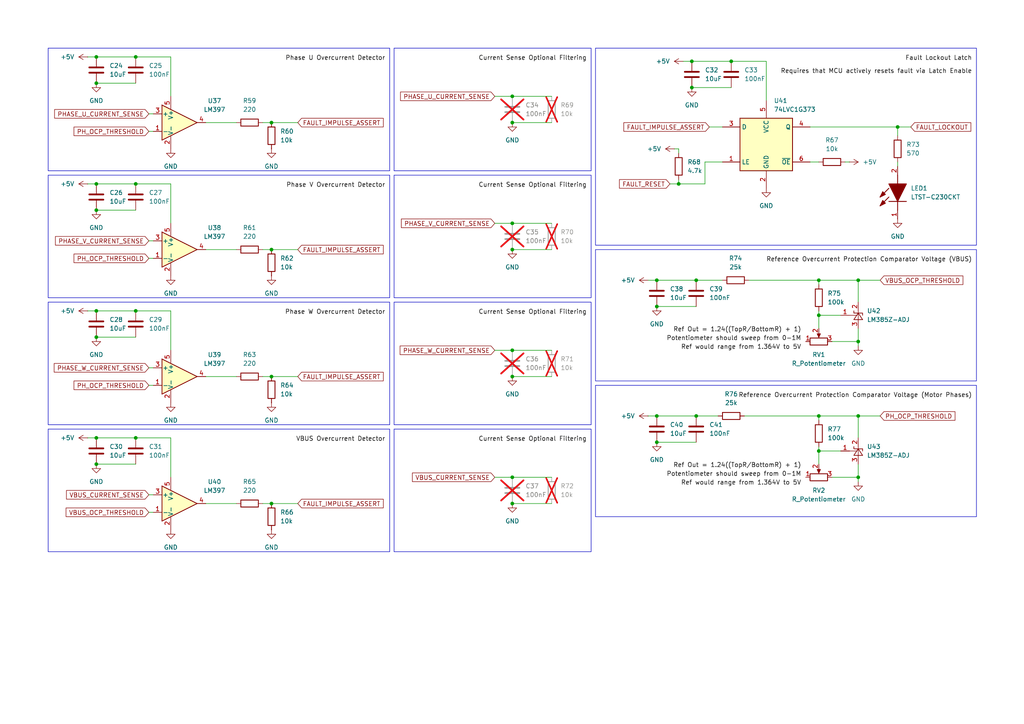
<source format=kicad_sch>
(kicad_sch (version 20231120) (generator "eeschema") (generator_version "8.0")
  (paper "A4")
  (title_block (title "1200V, 600A Traction Inverter") (date "2025-02-06") (rev "1") (company "University of California, Santa Cruz"))
  (lib_symbols
    (symbol "74xGxx:74LVC1G373"
      (property "Reference" "U" (at -5.08 10.16 0))
      (property "Value" "74LVC1G373" (at 7.62 -10.16 0))
      (symbol "74LVC1G373_0_1"
        (rectangle (start -7.62 7.62) (end 7.62 -7.62) (stroke (width 0.254)) (fill (type background)))
      )
      (symbol "74LVC1G373_1_1"
        (pin input line (at -12.7 -5.08 0) (length 5.08) (name "LE") (number "1"))
        (pin power_in line (at 0 -12.7 90) (length 5.08) (name "GND") (number "2"))
        (pin input line (at -12.7 5.08 0) (length 5.08) (name "D") (number "3"))
        (pin tri_state line (at 12.7 5.08 180) (length 5.08) (name "Q") (number "4"))
        (pin power_in line (at 0 12.7 270) (length 5.08) (name "VCC") (number "5"))
        (pin input line (at 12.7 -5.08 180) (length 5.08) (name "~{OE}") (number "6"))
      )
    )
    (symbol "Comparator:LM397" (pin_names (offset 0.127))
      (property "Reference" "U" (at 1.27 5.08 0))
      (property "Value" "LM397" (at 3.81 -5.08 0))
      (symbol "LM397_0_1"
        (polyline (pts (xy -5.08 5.08) (xy 5.08 0) (xy -5.08 -5.08) (xy -5.08 5.08)) (stroke (width 0.254)) (fill (type background)))
      )
      (symbol "LM397_1_1"
        (pin input line (at -7.62 -2.54 0) (length 2.54) (name "-") (number "1"))
        (pin power_in line (at -2.54 -7.62 90) (length 3.81) (name "V-") (number "2"))
        (pin input line (at -7.62 2.54 0) (length 2.54) (name "+") (number "3"))
        (pin open_collector line (at 7.62 0 180) (length 2.54) (name "~") (number "4"))
        (pin power_in line (at -2.54 7.62 270) (length 3.81) (name "V+") (number "5"))
      )
    )
    (symbol "Device:C" (pin_numbers hide) (pin_names (offset 0.254))
      (property "Reference" "C" (at 0.635 2.54 0))
      (property "Value" "C" (at 0.635 -2.54 0))
      (symbol "C_0_1"
        (polyline (pts (xy -2.032 -0.762) (xy 2.032 -0.762)) (stroke (width 0.508)))
        (polyline (pts (xy -2.032 0.762) (xy 2.032 0.762)) (stroke (width 0.508)))
      )
      (symbol "C_1_1"
        (pin passive line (at 0 3.81 270) (length 2.794) (name "~") (number "1"))
        (pin passive line (at 0 -3.81 90) (length 2.794) (name "~") (number "2"))
      )
    )
    (symbol "Device:R" (pin_numbers hide) (pin_names (offset 0))
      (property "Reference" "R" (at 2.032 0 90))
      (property "Value" "R" (at 0 0 90))
      (symbol "R_0_1"
        (rectangle (start -1.016 -2.54) (end 1.016 2.54) (stroke (width 0.254)))
      )
      (symbol "R_1_1"
        (pin passive line (at 0 3.81 270) (length 1.27) (name "~") (number "1"))
        (pin passive line (at 0 -3.81 90) (length 1.27) (name "~") (number "2"))
      )
    )
    (symbol "Device:R_Potentiometer" (pin_names (offset 1.016) hide)
      (property "Reference" "RV" (at -4.445 0 90))
      (property "Value" "R_Potentiometer" (at -2.54 0 90))
      (symbol "R_Potentiometer_0_1"
        (polyline (pts (xy 2.54 0) (xy 1.524 0)))
        (polyline (pts (xy 1.143 0) (xy 2.286 0.508) (xy 2.286 -0.508) (xy 1.143 0)) (fill (type outline)))
        (rectangle (start 1.016 2.54) (end -1.016 -2.54) (stroke (width 0.254)))
      )
      (symbol "R_Potentiometer_1_1"
        (pin passive line (at 0 3.81 270) (length 1.27) (name "1") (number "1"))
        (pin passive line (at 3.81 0 180) (length 1.27) (name "2") (number "2"))
        (pin passive line (at 0 -3.81 90) (length 1.27) (name "3") (number "3"))
      )
    )
    (symbol "InverterCom:LTST-C230CKT" (pin_names hide)
      (property "Reference" "LED" (at 12.7 8.89 0))
      (property "Value" "LTST-C230CKT" (at 12.7 6.35 0))
      (symbol "LTST-C230CKT_1_1"
        (polyline (pts (xy 2.54 0) (xy 5.08 0)) (stroke (width 0.254)))
        (polyline (pts (xy 5.08 2.54) (xy 5.08 -2.54)) (stroke (width 0.254)))
        (polyline (pts (xy 6.35 2.54) (xy 3.81 5.08)) (stroke (width 0.254)))
        (polyline (pts (xy 8.89 2.54) (xy 6.35 5.08)) (stroke (width 0.254)))
        (polyline (pts (xy 10.16 0) (xy 12.7 0)) (stroke (width 0.254)))
        (polyline (pts (xy 5.08 0) (xy 10.16 2.54) (xy 10.16 -2.54) (xy 5.08 0)) (stroke (width 0.254)) (fill (type outline)))
        (polyline (pts (xy 5.334 4.318) (xy 4.572 3.556) (xy 3.81 5.08) (xy 5.334 4.318)) (stroke (width 0.254)) (fill (type outline)))
        (polyline (pts (xy 7.874 4.318) (xy 7.112 3.556) (xy 6.35 5.08) (xy 7.874 4.318)) (stroke (width 0.254)) (fill (type outline)))
        (pin passive line (at 0 0 0) (length 2.54) (name "K") (number "1"))
        (pin passive line (at 15.24 0 180) (length 2.54) (name "A") (number "2"))
      )
    )
    (symbol "Reference_Voltage:LM385Z-ADJ" (pin_names (offset 0.0254) hide)
      (property "Reference" "U" (at 1.905 3.81 0))
      (property "Value" "LM385Z-ADJ" (at 0 -3.175 0))
      (symbol "LM385Z-ADJ_0_1"
        (polyline (pts (xy 0 2.54) (xy 0 0.381)))
        (polyline (pts (xy -1.27 0) (xy 0 0) (xy 1.27 0)))
        (polyline (pts (xy -1.27 -1.27) (xy 0.635 0) (xy -1.27 1.27) (xy -1.27 -1.27)) (stroke (width 0.2032)))
        (polyline (pts (xy 0 -1.27) (xy 0.635 -1.27) (xy 0.635 1.27) (xy 1.27 1.27)) (stroke (width 0.2032)))
      )
      (symbol "LM385Z-ADJ_1_1"
        (pin input line (at 0 5.08 270) (length 2.54) (name "FB") (number "1"))
        (pin passive line (at 3.81 0 180) (length 2.54) (name "K") (number "2"))
        (pin passive line (at -3.81 0 0) (length 2.54) (name "A") (number "3"))
      )
    )
    (symbol "power:+5V" (power) (pin_numbers hide) (pin_names (offset 0) hide)
      (property "Value" "+5V" (at 0 3.556 0))
      (symbol "+5V_0_1"
        (polyline (pts (xy -0.762 1.27) (xy 0 2.54)))
        (polyline (pts (xy 0 0) (xy 0 2.54)))
        (polyline (pts (xy 0 2.54) (xy 0.762 1.27)))
      )
      (symbol "+5V_1_1"
        (pin power_in line (at 0 0 90) (length 0) (name "~") (number "1"))
      )
    )
    (symbol "power:GND" (power) (pin_numbers hide) (pin_names (offset 0) hide)
      (property "Value" "GND" (at 0 -3.81 0))
      (symbol "GND_0_1"
        (polyline (pts (xy 0 0) (xy 0 -1.27) (xy 1.27 -1.27) (xy 0 -2.54) (xy -1.27 -1.27) (xy 0 -1.27)))
      )
      (symbol "GND_1_1"
        (pin power_in line (at 0 0 270) (length 0) (name "~") (number "1"))
      )
    )
  )
  (junction (at 190.5 81.28))
  (junction (at 148.59 101.6))
  (junction (at 148.59 27.94))
  (junction (at 27.94 53.34))
  (junction (at 27.94 24.13))
  (junction (at 212.09 17.78))
  (junction (at 237.49 81.28))
  (junction (at 148.59 64.77))
  (junction (at 27.94 90.17))
  (junction (at 190.5 128.27))
  (junction (at 27.94 127))
  (junction (at 248.92 99.06))
  (junction (at 148.59 146.05))
  (junction (at 200.66 17.78))
  (junction (at 248.92 138.43))
  (junction (at 78.74 146.05))
  (junction (at 148.59 109.22))
  (junction (at 27.94 16.51))
  (junction (at 39.37 127))
  (junction (at 201.93 120.65))
  (junction (at 27.94 97.79))
  (junction (at 260.35 36.83))
  (junction (at 27.94 134.62))
  (junction (at 78.74 35.56))
  (junction (at 200.66 25.4))
  (junction (at 148.59 35.56))
  (junction (at 39.37 16.51))
  (junction (at 237.49 130.81))
  (junction (at 39.37 53.34))
  (junction (at 237.49 91.44))
  (junction (at 248.92 81.28))
  (junction (at 39.37 90.17))
  (junction (at 237.49 120.65))
  (junction (at 78.74 72.39))
  (junction (at 148.59 72.39))
  (junction (at 78.74 109.22))
  (junction (at 148.59 138.43))
  (junction (at 201.93 81.28))
  (junction (at 190.5 88.9))
  (junction (at 196.85 53.34))
  (junction (at 27.94 60.96))
  (junction (at 248.92 120.65))
  (junction (at 190.5 120.65))
  (wire (pts (xy 212.09 17.78) (xy 222.25 17.78)))
  (wire (pts (xy 248.92 120.65) (xy 255.27 120.65)))
  (wire (pts (xy 76.2 109.22) (xy 78.74 109.22)))
  (wire (pts (xy 248.92 120.65) (xy 248.92 127)))
  (wire (pts (xy 148.59 146.05) (xy 160.02 146.05)))
  (wire (pts (xy 187.96 120.65) (xy 190.5 120.65)))
  (wire (pts (xy 198.12 17.78) (xy 200.66 17.78)))
  (wire (pts (xy 43.18 74.93) (xy 44.45 74.93)))
  (wire (pts (xy 205.74 36.83) (xy 209.55 36.83)))
  (wire (pts (xy 49.53 90.17) (xy 49.53 101.6)))
  (wire (pts (xy 49.53 16.51) (xy 49.53 27.94)))
  (wire (pts (xy 237.49 130.81) (xy 237.49 134.62)))
  (wire (pts (xy 248.92 138.43) (xy 248.92 139.7)))
  (wire (pts (xy 49.53 53.34) (xy 49.53 64.77)))
  (wire (pts (xy 204.47 46.99) (xy 209.55 46.99)))
  (wire (pts (xy 78.74 146.05) (xy 86.36 146.05)))
  (wire (pts (xy 25.4 127) (xy 27.94 127)))
  (wire (pts (xy 143.51 64.77) (xy 148.59 64.77)))
  (wire (pts (xy 59.69 35.56) (xy 68.58 35.56)))
  (wire (pts (xy 27.94 16.51) (xy 39.37 16.51)))
  (wire (pts (xy 49.53 127) (xy 49.53 138.43)))
  (wire (pts (xy 148.59 27.94) (xy 160.02 27.94)))
  (wire (pts (xy 143.51 138.43) (xy 148.59 138.43)))
  (wire (pts (xy 237.49 120.65) (xy 248.92 120.65)))
  (wire (pts (xy 59.69 109.22) (xy 68.58 109.22)))
  (wire (pts (xy 143.51 101.6) (xy 148.59 101.6)))
  (wire (pts (xy 27.94 127) (xy 39.37 127)))
  (wire (pts (xy 237.49 121.92) (xy 237.49 120.65)))
  (wire (pts (xy 200.66 25.4) (xy 212.09 25.4)))
  (wire (pts (xy 248.92 134.62) (xy 248.92 138.43)))
  (wire (pts (xy 237.49 91.44) (xy 243.84 91.44)))
  (wire (pts (xy 196.85 52.07) (xy 196.85 53.34)))
  (wire (pts (xy 25.4 90.17) (xy 27.94 90.17)))
  (wire (pts (xy 27.94 24.13) (xy 39.37 24.13)))
  (wire (pts (xy 43.18 148.59) (xy 44.45 148.59)))
  (wire (pts (xy 195.58 43.18) (xy 196.85 43.18)))
  (wire (pts (xy 76.2 35.56) (xy 78.74 35.56)))
  (wire (pts (xy 44.45 69.85) (xy 43.18 69.85)))
  (wire (pts (xy 248.92 99.06) (xy 248.92 100.33)))
  (wire (pts (xy 148.59 101.6) (xy 160.02 101.6)))
  (wire (pts (xy 25.4 16.51) (xy 27.94 16.51)))
  (wire (pts (xy 148.59 109.22) (xy 160.02 109.22)))
  (wire (pts (xy 148.59 35.56) (xy 160.02 35.56)))
  (wire (pts (xy 44.45 33.02) (xy 43.18 33.02)))
  (wire (pts (xy 39.37 53.34) (xy 49.53 53.34)))
  (wire (pts (xy 201.93 81.28) (xy 209.55 81.28)))
  (wire (pts (xy 27.94 53.34) (xy 39.37 53.34)))
  (wire (pts (xy 44.45 106.68) (xy 43.18 106.68)))
  (wire (pts (xy 148.59 72.39) (xy 160.02 72.39)))
  (wire (pts (xy 201.93 120.65) (xy 208.28 120.65)))
  (wire (pts (xy 59.69 72.39) (xy 68.58 72.39)))
  (wire (pts (xy 25.4 53.34) (xy 27.94 53.34)))
  (wire (pts (xy 237.49 81.28) (xy 248.92 81.28)))
  (wire (pts (xy 237.49 82.55) (xy 237.49 81.28)))
  (wire (pts (xy 39.37 90.17) (xy 49.53 90.17)))
  (wire (pts (xy 27.94 134.62) (xy 39.37 134.62)))
  (wire (pts (xy 237.49 91.44) (xy 237.49 95.25)))
  (wire (pts (xy 39.37 127) (xy 49.53 127)))
  (wire (pts (xy 260.35 46.99) (xy 260.35 48.26)))
  (wire (pts (xy 187.96 81.28) (xy 190.5 81.28)))
  (wire (pts (xy 78.74 35.56) (xy 86.36 35.56)))
  (wire (pts (xy 241.3 138.43) (xy 248.92 138.43)))
  (wire (pts (xy 143.51 27.94) (xy 148.59 27.94)))
  (wire (pts (xy 248.92 95.25) (xy 248.92 99.06)))
  (wire (pts (xy 76.2 72.39) (xy 78.74 72.39)))
  (wire (pts (xy 260.35 36.83) (xy 264.16 36.83)))
  (wire (pts (xy 59.69 146.05) (xy 68.58 146.05)))
  (wire (pts (xy 196.85 43.18) (xy 196.85 44.45)))
  (wire (pts (xy 215.9 120.65) (xy 237.49 120.65)))
  (wire (pts (xy 39.37 16.51) (xy 49.53 16.51)))
  (wire (pts (xy 78.74 109.22) (xy 86.36 109.22)))
  (wire (pts (xy 27.94 90.17) (xy 39.37 90.17)))
  (wire (pts (xy 260.35 39.37) (xy 260.35 36.83)))
  (wire (pts (xy 194.31 53.34) (xy 196.85 53.34)))
  (wire (pts (xy 43.18 38.1) (xy 44.45 38.1)))
  (wire (pts (xy 148.59 64.77) (xy 160.02 64.77)))
  (wire (pts (xy 76.2 146.05) (xy 78.74 146.05)))
  (wire (pts (xy 237.49 90.17) (xy 237.49 91.44)))
  (wire (pts (xy 196.85 53.34) (xy 204.47 53.34)))
  (wire (pts (xy 222.25 17.78) (xy 222.25 29.21)))
  (wire (pts (xy 200.66 17.78) (xy 212.09 17.78)))
  (wire (pts (xy 237.49 130.81) (xy 243.84 130.81)))
  (wire (pts (xy 190.5 88.9) (xy 201.93 88.9)))
  (wire (pts (xy 217.17 81.28) (xy 237.49 81.28)))
  (wire (pts (xy 27.94 97.79) (xy 39.37 97.79)))
  (wire (pts (xy 234.95 36.83) (xy 260.35 36.83)))
  (wire (pts (xy 148.59 138.43) (xy 160.02 138.43)))
  (wire (pts (xy 190.5 120.65) (xy 201.93 120.65)))
  (wire (pts (xy 234.95 46.99) (xy 237.49 46.99)))
  (wire (pts (xy 248.92 81.28) (xy 255.27 81.28)))
  (wire (pts (xy 44.45 143.51) (xy 43.18 143.51)))
  (wire (pts (xy 241.3 99.06) (xy 248.92 99.06)))
  (wire (pts (xy 245.11 46.99) (xy 246.38 46.99)))
  (wire (pts (xy 27.94 60.96) (xy 39.37 60.96)))
  (wire (pts (xy 248.92 81.28) (xy 248.92 87.63)))
  (wire (pts (xy 43.18 111.76) (xy 44.45 111.76)))
  (wire (pts (xy 237.49 129.54) (xy 237.49 130.81)))
  (wire (pts (xy 190.5 81.28) (xy 201.93 81.28)))
  (wire (pts (xy 204.47 53.34) (xy 204.47 46.99)))
  (wire (pts (xy 190.5 128.27) (xy 201.93 128.27)))
  (wire (pts (xy 78.74 72.39) (xy 86.36 72.39)))
  (rectangle (start 172.72 13.97) (end 283.21 71.12))
  (rectangle (start 172.72 72.39) (end 283.21 110.49))
  (rectangle (start 172.72 111.76) (end 283.21 149.86))
  (rectangle (start 114.3 87.63) (end 171.45 123.19))
  (rectangle (start 114.3 13.97) (end 171.45 49.53))
  (rectangle (start 13.97 87.63) (end 113.03 123.19))
  (rectangle (start 114.3 124.46) (end 171.45 160.02))
  (rectangle (start 114.3 50.8) (end 171.45 86.36))
  (rectangle (start 13.97 50.8) (end 113.03 86.36))
  (rectangle (start 13.97 124.46) (end 113.03 160.02))
  (rectangle (start 13.97 13.97) (end 113.03 49.53))
  (label "Fault Lockout Latch" (at 281.94 17.78 180))
  (label "Reference Overcurrent Protection Comparator Voltage (VBUS)" (at 281.94 76.2 180))
  (label "Current Sense Optional Filtering" (at 170.18 128.27 180))
  (label "VBUS Overcurrent Detector" (at 111.76 128.27 180))
  (label "Potentiometer should sweep from 0-1M" (at 232.41 99.06 180))
  (label "Ref Out = 1.24((TopR{slash}BottomR) + 1)" (at 232.41 135.89 180))
  (label "Requires that MCU actively resets fault via Latch Enable" (at 281.94 21.59 180))
  (label "Phase V Overcurrent Detector" (at 111.76 54.61 180))
  (label "Current Sense Optional Filtering" (at 170.18 17.78 180))
  (label "Potentiometer should sweep from 0-1M" (at 232.41 138.43 180))
  (label "Reference Overcurrent Protection Comparator Voltage (Motor Phases)" (at 281.94 115.57 180))
  (label "Ref Out = 1.24((TopR{slash}BottomR) + 1)" (at 232.41 96.52 180))
  (label "Phase U Overcurrent Detector" (at 111.76 17.78 180))
  (label "Ref would range from 1.364V to 5V" (at 232.41 101.6 180))
  (label "Ref would range from 1.364V to 5V" (at 232.41 140.97 180))
  (label "Current Sense Optional Filtering" (at 170.18 91.44 180))
  (label "Current Sense Optional Filtering" (at 170.18 54.61 180))
  (label "Phase W Overcurrent Detector" (at 111.76 91.44 180))
  (global_label "FAULT_IMPULSE_ASSERT" (shape input) (at 86.36 72.39 0) (property "Intersheetrefs" "${INTERSHEET_REFS}" (effects (hide yes))))
  (global_label "FAULT_RESET" (shape input) (at 194.31 53.34 180) (property "Intersheetrefs" "${INTERSHEET_REFS}" (effects (hide yes))))
  (global_label "PH_OCP_THRESHOLD" (shape input) (at 43.18 38.1 180) (property "Intersheetrefs" "${INTERSHEET_REFS}" (effects (hide yes))))
  (global_label "PH_OCP_THRESHOLD" (shape input) (at 43.18 111.76 180) (property "Intersheetrefs" "${INTERSHEET_REFS}" (effects (hide yes))))
  (global_label "FAULT_IMPULSE_ASSERT" (shape input) (at 86.36 146.05 0) (property "Intersheetrefs" "${INTERSHEET_REFS}" (effects (hide yes))))
  (global_label "PH_OCP_THRESHOLD" (shape input) (at 255.27 120.65 0) (property "Intersheetrefs" "${INTERSHEET_REFS}" (effects (hide yes))))
  (global_label "FAULT_IMPULSE_ASSERT" (shape input) (at 86.36 109.22 0) (property "Intersheetrefs" "${INTERSHEET_REFS}" (effects (hide yes))))
  (global_label "PHASE_U_CURRENT_SENSE" (shape input) (at 143.51 27.94 180) (property "Intersheetrefs" "${INTERSHEET_REFS}" (effects (hide yes))))
  (global_label "PHASE_V_CURRENT_SENSE" (shape input) (at 143.51 64.77 180) (property "Intersheetrefs" "${INTERSHEET_REFS}" (effects (hide yes))))
  (global_label "PHASE_W_CURRENT_SENSE" (shape input) (at 43.18 106.68 180) (property "Intersheetrefs" "${INTERSHEET_REFS}" (effects (hide yes))))
  (global_label "VBUS_CURRENT_SENSE" (shape input) (at 43.18 143.51 180) (property "Intersheetrefs" "${INTERSHEET_REFS}" (effects (hide yes))))
  (global_label "FAULT_LOCKOUT" (shape input) (at 264.16 36.83 0) (property "Intersheetrefs" "${INTERSHEET_REFS}" (effects (hide yes))))
  (global_label "FAULT_IMPULSE_ASSERT" (shape input) (at 205.74 36.83 180) (property "Intersheetrefs" "${INTERSHEET_REFS}" (effects (hide yes))))
  (global_label "PH_OCP_THRESHOLD" (shape input) (at 43.18 74.93 180) (property "Intersheetrefs" "${INTERSHEET_REFS}" (effects (hide yes))))
  (global_label "VBUS_OCP_THRESHOLD" (shape input) (at 255.27 81.28 0) (property "Intersheetrefs" "${INTERSHEET_REFS}" (effects (hide yes))))
  (global_label "VBUS_OCP_THRESHOLD" (shape input) (at 43.18 148.59 180) (property "Intersheetrefs" "${INTERSHEET_REFS}" (effects (hide yes))))
  (global_label "VBUS_CURRENT_SENSE" (shape input) (at 143.51 138.43 180) (property "Intersheetrefs" "${INTERSHEET_REFS}" (effects (hide yes))))
  (global_label "PHASE_U_CURRENT_SENSE" (shape input) (at 43.18 33.02 180) (property "Intersheetrefs" "${INTERSHEET_REFS}" (effects (hide yes))))
  (global_label "PHASE_W_CURRENT_SENSE" (shape input) (at 143.51 101.6 180) (property "Intersheetrefs" "${INTERSHEET_REFS}" (effects (hide yes))))
  (global_label "PHASE_V_CURRENT_SENSE" (shape input) (at 43.18 69.85 180) (property "Intersheetrefs" "${INTERSHEET_REFS}" (effects (hide yes))))
  (global_label "FAULT_IMPULSE_ASSERT" (shape input) (at 86.36 35.56 0) (property "Intersheetrefs" "${INTERSHEET_REFS}" (effects (hide yes))))
  (symbol (lib_id "Device:C") (at 201.93 124.46 0) (unit 1)
    (property "Reference" "C41" (at 205.74 123.1899 0) (effects (justify left)))
    (property "Value" "100nF" (at 205.74 125.7299 0) (effects (justify left)))
    (property "Footprint" "1210" (effects (hide yes)))
    (property "Description" "Unpolarized capacitor" (effects (hide yes)))
  )
  (symbol (lib_id "power:+5V") (at 187.96 120.65 90) (unit 1)
    (property "Reference" "#PWR0151" (effects (hide yes)))
    (property "Value" "+5V" (at 184.15 120.6499 90) (effects (justify left)))
    (property "Description" "Power symbol creates a global label with name \"+5V\"" (effects (hide yes)))
  )
  (symbol (lib_id "Device:R") (at 72.39 35.56 90) (unit 1)
    (property "Reference" "R59" (at 72.39 29.21 90))
    (property "Value" "220" (at 72.39 31.75 90))
    (property "Footprint" "1210" (effects (hide yes)))
    (property "Description" "Resistor" (effects (hide yes)))
  )
  (symbol (lib_id "Device:C") (at 148.59 142.24 0) (unit 1) (dnp yes)
    (property "Reference" "C37" (at 152.4 140.9699 0) (effects (justify left)))
    (property "Value" "100nF" (at 152.4 143.5099 0) (effects (justify left)))
    (property "Footprint" "1210" (effects (hide yes)))
    (property "Description" "Unpolarized capacitor" (effects (hide yes)))
  )
  (symbol (lib_id "Device:R") (at 237.49 125.73 0) (unit 1)
    (property "Reference" "R77" (at 240.03 124.4599 0) (effects (justify left)))
    (property "Value" "100k" (at 240.03 126.9999 0) (effects (justify left)))
    (property "Footprint" "1210" (effects (hide yes)))
    (property "Description" "Resistor" (effects (hide yes)))
  )
  (symbol (lib_id "Device:R") (at 212.09 120.65 90) (unit 1)
    (property "Reference" "R76" (at 212.09 114.3 90))
    (property "Value" "25k" (at 212.09 116.84 90))
    (property "Footprint" "1210" (effects (hide yes)))
    (property "Description" "Resistor" (effects (hide yes)))
  )
  (symbol (lib_id "power:+5V") (at 25.4 127 90) (unit 1)
    (property "Reference" "#PWR0137" (effects (hide yes)))
    (property "Value" "+5V" (at 21.59 126.9999 90) (effects (justify left)))
    (property "Description" "Power symbol creates a global label with name \"+5V\"" (effects (hide yes)))
  )
  (symbol (lib_id "power:GND") (at 78.74 80.01 0) (unit 1)
    (property "Reference" "#PWR0132" (effects (hide yes)))
    (property "Value" "GND" (at 78.74 85.09 0))
    (property "Description" "Power symbol creates a global label with name \"GND\" , ground" (effects (hide yes)))
  )
  (symbol (lib_id "Device:R") (at 78.74 76.2 180) (unit 1)
    (property "Reference" "R62" (at 81.28 74.9299 0) (effects (justify right)))
    (property "Value" "10k" (at 81.28 77.4699 0) (effects (justify right)))
    (property "Footprint" "1210" (effects (hide yes)))
    (property "Description" "Resistor" (effects (hide yes)))
  )
  (symbol (lib_id "Device:R") (at 241.3 46.99 270) (unit 1)
    (property "Reference" "R67" (at 241.3 40.64 90))
    (property "Value" "10k" (at 241.3 43.18 90))
    (property "Footprint" "1210" (effects (hide yes)))
    (property "Description" "Resistor" (effects (hide yes)))
  )
  (symbol (lib_id "power:GND") (at 148.59 72.39 0) (unit 1)
    (property "Reference" "#PWR0147" (effects (hide yes)))
    (property "Value" "GND" (at 148.59 77.47 0))
    (property "Description" "Power symbol creates a global label with name \"GND\" , ground" (effects (hide yes)))
  )
  (symbol (lib_id "Device:C") (at 190.5 124.46 0) (unit 1)
    (property "Reference" "C40" (at 194.31 123.1899 0) (effects (justify left)))
    (property "Value" "10uF" (at 194.31 125.7299 0) (effects (justify left)))
    (property "Footprint" "1210" (effects (hide yes)))
    (property "Description" "Unpolarized capacitor" (effects (hide yes)))
  )
  (symbol (lib_id "Comparator:LM397") (at 52.07 35.56 0) (unit 1)
    (property "Reference" "U37" (at 62.23 29.2414 0))
    (property "Value" "LM397" (at 62.23 31.7814 0))
    (property "Footprint" "Package_TO_SOT_SMD:SOT-23-5" (effects (hide yes)))
    (property "Datasheet" "http://www.ti.com/lit/ds/symlink/lm397.pdf" (effects (hide yes)))
    (property "Description" "Single General-Purpose Voltage Comparator with Open-Collector Output, SOT-23-5" (effects (hide yes)))
  )
  (symbol (lib_id "Device:C") (at 190.5 85.09 0) (unit 1)
    (property "Reference" "C38" (at 194.31 83.8199 0) (effects (justify left)))
    (property "Value" "10uF" (at 194.31 86.3599 0) (effects (justify left)))
    (property "Footprint" "1210" (effects (hide yes)))
    (property "Description" "Unpolarized capacitor" (effects (hide yes)))
  )
  (symbol (lib_id "Device:C") (at 212.09 21.59 0) (unit 1)
    (property "Reference" "C33" (at 215.9 20.3199 0) (effects (justify left)))
    (property "Value" "100nF" (at 215.9 22.8599 0) (effects (justify left)))
    (property "Footprint" "1210" (effects (hide yes)))
    (property "Description" "Unpolarized capacitor" (effects (hide yes)))
  )
  (symbol (lib_id "power:GND") (at 27.94 24.13 0) (unit 1)
    (property "Reference" "#PWR0126" (effects (hide yes)))
    (property "Value" "GND" (at 27.94 29.21 0))
    (property "Description" "Power symbol creates a global label with name \"GND\" , ground" (effects (hide yes)))
  )
  (symbol (lib_id "power:GND") (at 222.25 54.61 0) (unit 1)
    (property "Reference" "#PWR0143" (effects (hide yes)))
    (property "Value" "GND" (at 222.25 59.69 0))
    (property "Description" "Power symbol creates a global label with name \"GND\" , ground" (effects (hide yes)))
  )
  (symbol (lib_id "power:GND") (at 190.5 88.9 0) (unit 1)
    (property "Reference" "#PWR0154" (effects (hide yes)))
    (property "Value" "GND" (at 190.5 93.98 0))
    (property "Description" "Power symbol creates a global label with name \"GND\" , ground" (effects (hide yes)))
  )
  (symbol (lib_id "Comparator:LM397") (at 52.07 72.39 0) (unit 1)
    (property "Reference" "U38" (at 62.23 66.0714 0))
    (property "Value" "LM397" (at 62.23 68.6114 0))
    (property "Footprint" "Package_TO_SOT_SMD:SOT-23-5" (effects (hide yes)))
    (property "Datasheet" "http://www.ti.com/lit/ds/symlink/lm397.pdf" (effects (hide yes)))
    (property "Description" "Single General-Purpose Voltage Comparator with Open-Collector Output, SOT-23-5" (effects (hide yes)))
  )
  (symbol (lib_id "power:GND") (at 148.59 146.05 0) (unit 1)
    (property "Reference" "#PWR0149" (effects (hide yes)))
    (property "Value" "GND" (at 148.59 151.13 0))
    (property "Description" "Power symbol creates a global label with name \"GND\" , ground" (effects (hide yes)))
  )
  (symbol (lib_id "Device:R") (at 78.74 113.03 180) (unit 1)
    (property "Reference" "R64" (at 81.28 111.7599 0) (effects (justify right)))
    (property "Value" "10k" (at 81.28 114.2999 0) (effects (justify right)))
    (property "Footprint" "1210" (effects (hide yes)))
    (property "Description" "Resistor" (effects (hide yes)))
  )
  (symbol (lib_id "power:+5V") (at 25.4 53.34 90) (unit 1)
    (property "Reference" "#PWR0129" (effects (hide yes)))
    (property "Value" "+5V" (at 21.59 53.3399 90) (effects (justify left)))
    (property "Description" "Power symbol creates a global label with name \"+5V\"" (effects (hide yes)))
  )
  (symbol (lib_id "power:GND") (at 200.66 25.4 0) (unit 1)
    (property "Reference" "#PWR0142" (effects (hide yes)))
    (property "Value" "GND" (at 200.66 30.48 0))
    (property "Description" "Power symbol creates a global label with name \"GND\" , ground" (effects (hide yes)))
  )
  (symbol (lib_id "Reference_Voltage:LM385Z-ADJ") (at 248.92 91.44 90) (unit 1)
    (property "Reference" "U42" (at 251.46 90.1699 90) (effects (justify right)))
    (property "Value" "LM385Z-ADJ" (at 251.46 92.7099 90) (effects (justify right)))
    (property "Footprint" "Package_TO_SOT_THT:TO-92_Inline" (effects (hide yes)))
    (property "Datasheet" "http://www.ti.com/lit/ds/symlink/lm185-adj.pdf" (effects (hide yes)))
    (property "Description" "Adjustable Micropower Voltage Reference Diodes, TO-92" (effects (hide yes)))
  )
  (symbol (lib_id "power:+5V") (at 195.58 43.18 90) (unit 1)
    (property "Reference" "#PWR0146" (effects (hide yes)))
    (property "Value" "+5V" (at 191.77 43.1799 90) (effects (justify left)))
    (property "Description" "Power symbol creates a global label with name \"+5V\"" (effects (hide yes)))
  )
  (symbol (lib_id "Device:C") (at 200.66 21.59 0) (unit 1)
    (property "Reference" "C32" (at 204.47 20.3199 0) (effects (justify left)))
    (property "Value" "10uF" (at 204.47 22.8599 0) (effects (justify left)))
    (property "Footprint" "1210" (effects (hide yes)))
    (property "Description" "Unpolarized capacitor" (effects (hide yes)))
  )
  (symbol (lib_id "Reference_Voltage:LM385Z-ADJ") (at 248.92 130.81 90) (unit 1)
    (property "Reference" "U43" (at 251.46 129.5399 90) (effects (justify right)))
    (property "Value" "LM385Z-ADJ" (at 251.46 132.0799 90) (effects (justify right)))
    (property "Footprint" "Package_TO_SOT_THT:TO-92_Inline" (effects (hide yes)))
    (property "Datasheet" "http://www.ti.com/lit/ds/symlink/lm185-adj.pdf" (effects (hide yes)))
    (property "Description" "Adjustable Micropower Voltage Reference Diodes, TO-92" (effects (hide yes)))
  )
  (symbol (lib_id "Device:C") (at 201.93 85.09 0) (unit 1)
    (property "Reference" "C39" (at 205.74 83.8199 0) (effects (justify left)))
    (property "Value" "100nF" (at 205.74 86.3599 0) (effects (justify left)))
    (property "Footprint" "1210" (effects (hide yes)))
    (property "Description" "Unpolarized capacitor" (effects (hide yes)))
  )
  (symbol (lib_id "Device:R") (at 160.02 68.58 180) (unit 1) (dnp yes)
    (property "Reference" "R70" (at 162.56 67.3099 0) (effects (justify right)))
    (property "Value" "10k" (at 162.56 69.8499 0) (effects (justify right)))
    (property "Footprint" "1210" (effects (hide yes)))
    (property "Description" "Resistor" (effects (hide yes)))
  )
  (symbol (lib_id "InverterCom:LTST-C230CKT") (at 260.35 63.5 90) (unit 1)
    (property "Reference" "LED1" (at 264.16 54.6099 90) (effects (justify right)))
    (property "Value" "LTST-C230CKT" (at 264.16 57.1499 90) (effects (justify right)))
    (property "Footprint" "LEDC3216X120N" (effects (hide yes)))
    (property "Description" "Standard LEDs - SMD Red Clear 638nm" (effects (hide yes)))
    (property "Height" "1.2" (effects (hide yes)))
    (property "Mouser Part Number" "859-LTST-C230CKT" (effects (hide yes)))
    (property "Mouser Price/Stock" "https://www.mouser.co.uk/ProductDetail/Lite-On/LTST-C230CKT?qs=Ajas4iFhtucdJAOTHdHdqw%3D%3D" (effects (hide yes)))
    (property "Manufacturer_Name" "Lite-On" (effects (hide yes)))
    (property "Manufacturer_Part_Number" "LTST-C230CKT" (effects (hide yes)))
  )
  (symbol (lib_id "Device:R") (at 213.36 81.28 90) (unit 1)
    (property "Reference" "R74" (at 213.36 74.93 90))
    (property "Value" "25k" (at 213.36 77.47 90))
    (property "Footprint" "1210" (effects (hide yes)))
    (property "Description" "Resistor" (effects (hide yes)))
  )
  (symbol (lib_id "Device:C") (at 148.59 31.75 0) (unit 1) (dnp yes)
    (property "Reference" "C34" (at 152.4 30.4799 0) (effects (justify left)))
    (property "Value" "100nF" (at 152.4 33.0199 0) (effects (justify left)))
    (property "Footprint" "1210" (effects (hide yes)))
    (property "Description" "Unpolarized capacitor" (effects (hide yes)))
  )
  (symbol (lib_id "Device:R") (at 72.39 72.39 90) (unit 1)
    (property "Reference" "R61" (at 72.39 66.04 90))
    (property "Value" "220" (at 72.39 68.58 90))
    (property "Footprint" "1210" (effects (hide yes)))
    (property "Description" "Resistor" (effects (hide yes)))
  )
  (symbol (lib_id "power:GND") (at 148.59 109.22 0) (unit 1)
    (property "Reference" "#PWR0148" (effects (hide yes)))
    (property "Value" "GND" (at 148.59 114.3 0))
    (property "Description" "Power symbol creates a global label with name \"GND\" , ground" (effects (hide yes)))
  )
  (symbol (lib_id "Device:R") (at 78.74 39.37 180) (unit 1)
    (property "Reference" "R60" (at 81.28 38.0999 0) (effects (justify right)))
    (property "Value" "10k" (at 81.28 40.6399 0) (effects (justify right)))
    (property "Footprint" "1210" (effects (hide yes)))
    (property "Description" "Resistor" (effects (hide yes)))
  )
  (symbol (lib_id "Device:C") (at 27.94 20.32 0) (unit 1)
    (property "Reference" "C24" (at 31.75 19.0499 0) (effects (justify left)))
    (property "Value" "10uF" (at 31.75 21.5899 0) (effects (justify left)))
    (property "Footprint" "1210" (effects (hide yes)))
    (property "Description" "Unpolarized capacitor" (effects (hide yes)))
  )
  (symbol (lib_id "power:GND") (at 248.92 100.33 0) (unit 1)
    (property "Reference" "#PWR0152" (effects (hide yes)))
    (property "Value" "GND" (at 248.92 105.41 0))
    (property "Description" "Power symbol creates a global label with name \"GND\" , ground" (effects (hide yes)))
  )
  (symbol (lib_id "power:GND") (at 148.59 35.56 0) (unit 1)
    (property "Reference" "#PWR0145" (effects (hide yes)))
    (property "Value" "GND" (at 148.59 40.64 0))
    (property "Description" "Power symbol creates a global label with name \"GND\" , ground" (effects (hide yes)))
  )
  (symbol (lib_id "power:GND") (at 78.74 116.84 0) (unit 1)
    (property "Reference" "#PWR0136" (effects (hide yes)))
    (property "Value" "GND" (at 78.74 121.92 0))
    (property "Description" "Power symbol creates a global label with name \"GND\" , ground" (effects (hide yes)))
  )
  (symbol (lib_id "power:GND") (at 27.94 60.96 0) (unit 1)
    (property "Reference" "#PWR0130" (effects (hide yes)))
    (property "Value" "GND" (at 27.94 66.04 0))
    (property "Description" "Power symbol creates a global label with name \"GND\" , ground" (effects (hide yes)))
  )
  (symbol (lib_id "Device:C") (at 39.37 57.15 0) (unit 1)
    (property "Reference" "C27" (at 43.18 55.8799 0) (effects (justify left)))
    (property "Value" "100nF" (at 43.18 58.4199 0) (effects (justify left)))
    (property "Footprint" "1210" (effects (hide yes)))
    (property "Description" "Unpolarized capacitor" (effects (hide yes)))
  )
  (symbol (lib_id "Device:C") (at 27.94 93.98 0) (unit 1)
    (property "Reference" "C28" (at 31.75 92.7099 0) (effects (justify left)))
    (property "Value" "10uF" (at 31.75 95.2499 0) (effects (justify left)))
    (property "Footprint" "1210" (effects (hide yes)))
    (property "Description" "Unpolarized capacitor" (effects (hide yes)))
  )
  (symbol (lib_id "Device:R") (at 78.74 149.86 180) (unit 1)
    (property "Reference" "R66" (at 81.28 148.5899 0) (effects (justify right)))
    (property "Value" "10k" (at 81.28 151.1299 0) (effects (justify right)))
    (property "Footprint" "1210" (effects (hide yes)))
    (property "Description" "Resistor" (effects (hide yes)))
  )
  (symbol (lib_id "power:+5V") (at 25.4 16.51 90) (unit 1)
    (property "Reference" "#PWR0125" (effects (hide yes)))
    (property "Value" "+5V" (at 21.59 16.5099 90) (effects (justify left)))
    (property "Description" "Power symbol creates a global label with name \"+5V\"" (effects (hide yes)))
  )
  (symbol (lib_id "Device:R") (at 260.35 43.18 0) (unit 1)
    (property "Reference" "R73" (at 262.89 41.9099 0) (effects (justify left)))
    (property "Value" "570" (at 262.89 44.4499 0) (effects (justify left)))
    (property "Footprint" "1210" (effects (hide yes)))
    (property "Description" "Resistor" (effects (hide yes)))
  )
  (symbol (lib_id "Device:C") (at 27.94 130.81 0) (unit 1)
    (property "Reference" "C30" (at 31.75 129.5399 0) (effects (justify left)))
    (property "Value" "10uF" (at 31.75 132.0799 0) (effects (justify left)))
    (property "Footprint" "1210" (effects (hide yes)))
    (property "Description" "Unpolarized capacitor" (effects (hide yes)))
  )
  (symbol (lib_id "Device:C") (at 39.37 20.32 0) (unit 1)
    (property "Reference" "C25" (at 43.18 19.0499 0) (effects (justify left)))
    (property "Value" "100nF" (at 43.18 21.5899 0) (effects (justify left)))
    (property "Footprint" "1210" (effects (hide yes)))
    (property "Description" "Unpolarized capacitor" (effects (hide yes)))
  )
  (symbol (lib_id "Device:R") (at 160.02 31.75 180) (unit 1) (dnp yes)
    (property "Reference" "R69" (at 162.56 30.4799 0) (effects (justify right)))
    (property "Value" "10k" (at 162.56 33.0199 0) (effects (justify right)))
    (property "Footprint" "1210" (effects (hide yes)))
    (property "Description" "Resistor" (effects (hide yes)))
  )
  (symbol (lib_id "Device:R") (at 160.02 142.24 180) (unit 1) (dnp yes)
    (property "Reference" "R72" (at 162.56 140.9699 0) (effects (justify right)))
    (property "Value" "10k" (at 162.56 143.5099 0) (effects (justify right)))
    (property "Footprint" "1210" (effects (hide yes)))
    (property "Description" "Resistor" (effects (hide yes)))
  )
  (symbol (lib_id "power:GND") (at 49.53 116.84 0) (unit 1)
    (property "Reference" "#PWR0135" (effects (hide yes)))
    (property "Value" "GND" (at 49.53 121.92 0))
    (property "Description" "Power symbol creates a global label with name \"GND\" , ground" (effects (hide yes)))
  )
  (symbol (lib_id "Device:C") (at 39.37 130.81 0) (unit 1)
    (property "Reference" "C31" (at 43.18 129.5399 0) (effects (justify left)))
    (property "Value" "100nF" (at 43.18 132.0799 0) (effects (justify left)))
    (property "Footprint" "1210" (effects (hide yes)))
    (property "Description" "Unpolarized capacitor" (effects (hide yes)))
  )
  (symbol (lib_id "power:GND") (at 78.74 43.18 0) (unit 1)
    (property "Reference" "#PWR0128" (effects (hide yes)))
    (property "Value" "GND" (at 78.74 48.26 0))
    (property "Description" "Power symbol creates a global label with name \"GND\" , ground" (effects (hide yes)))
  )
  (symbol (lib_id "power:GND") (at 78.74 153.67 0) (unit 1)
    (property "Reference" "#PWR0140" (effects (hide yes)))
    (property "Value" "GND" (at 78.74 158.75 0))
    (property "Description" "Power symbol creates a global label with name \"GND\" , ground" (effects (hide yes)))
  )
  (symbol (lib_id "power:+5V") (at 198.12 17.78 90) (unit 1)
    (property "Reference" "#PWR0141" (effects (hide yes)))
    (property "Value" "+5V" (at 194.31 17.7799 90) (effects (justify left)))
    (property "Description" "Power symbol creates a global label with name \"+5V\"" (effects (hide yes)))
  )
  (symbol (lib_id "Device:R") (at 196.85 48.26 0) (unit 1)
    (property "Reference" "R68" (at 199.39 46.9899 0) (effects (justify left)))
    (property "Value" "4.7k" (at 199.39 49.5299 0) (effects (justify left)))
    (property "Footprint" "1210" (effects (hide yes)))
    (property "Description" "Resistor" (effects (hide yes)))
  )
  (symbol (lib_id "power:GND") (at 27.94 134.62 0) (unit 1)
    (property "Reference" "#PWR0138" (effects (hide yes)))
    (property "Value" "GND" (at 27.94 139.7 0))
    (property "Description" "Power symbol creates a global label with name \"GND\" , ground" (effects (hide yes)))
  )
  (symbol (lib_id "power:GND") (at 49.53 153.67 0) (unit 1)
    (property "Reference" "#PWR0139" (effects (hide yes)))
    (property "Value" "GND" (at 49.53 158.75 0))
    (property "Description" "Power symbol creates a global label with name \"GND\" , ground" (effects (hide yes)))
  )
  (symbol (lib_id "Comparator:LM397") (at 52.07 109.22 0) (unit 1)
    (property "Reference" "U39" (at 62.23 102.9014 0))
    (property "Value" "LM397" (at 62.23 105.4414 0))
    (property "Footprint" "Package_TO_SOT_SMD:SOT-23-5" (effects (hide yes)))
    (property "Datasheet" "http://www.ti.com/lit/ds/symlink/lm397.pdf" (effects (hide yes)))
    (property "Description" "Single General-Purpose Voltage Comparator with Open-Collector Output, SOT-23-5" (effects (hide yes)))
  )
  (symbol (lib_id "Device:R_Potentiometer") (at 237.49 138.43 90) (unit 1)
    (property "Reference" "RV2" (at 237.49 142.24 90))
    (property "Value" "R_Potentiometer" (at 237.49 144.78 90))
    (property "Description" "Potentiometer" (effects (hide yes)))
  )
  (symbol (lib_id "Device:C") (at 148.59 68.58 0) (unit 1) (dnp yes)
    (property "Reference" "C35" (at 152.4 67.3099 0) (effects (justify left)))
    (property "Value" "100nF" (at 152.4 69.8499 0) (effects (justify left)))
    (property "Footprint" "1210" (effects (hide yes)))
    (property "Description" "Unpolarized capacitor" (effects (hide yes)))
  )
  (symbol (lib_id "power:+5V") (at 25.4 90.17 90) (unit 1)
    (property "Reference" "#PWR0133" (effects (hide yes)))
    (property "Value" "+5V" (at 21.59 90.1699 90) (effects (justify left)))
    (property "Description" "Power symbol creates a global label with name \"+5V\"" (effects (hide yes)))
  )
  (symbol (lib_id "Device:R") (at 72.39 146.05 90) (unit 1)
    (property "Reference" "R65" (at 72.39 139.7 90))
    (property "Value" "220" (at 72.39 142.24 90))
    (property "Footprint" "1210" (effects (hide yes)))
    (property "Description" "Resistor" (effects (hide yes)))
  )
  (symbol (lib_id "74xGxx:74LVC1G373") (at 222.25 41.91 0) (unit 1)
    (property "Reference" "U41" (at 224.4441 29.21 0) (effects (justify left)))
    (property "Value" "74LVC1G373" (at 224.4441 31.75 0) (effects (justify left)))
    (property "Datasheet" "http://www.ti.com/lit/sg/scyt129e/scyt129e.pdf" (effects (hide yes)))
    (property "Description" "Single D Latch, Low-Voltage CMOS" (effects (hide yes)))
  )
  (symbol (lib_id "power:+5V") (at 187.96 81.28 90) (unit 1)
    (property "Reference" "#PWR0153" (effects (hide yes)))
    (property "Value" "+5V" (at 184.15 81.2799 90) (effects (justify left)))
    (property "Description" "Power symbol creates a global label with name \"+5V\"" (effects (hide yes)))
  )
  (symbol (lib_id "Device:R") (at 160.02 105.41 180) (unit 1) (dnp yes)
    (property "Reference" "R71" (at 162.56 104.1399 0) (effects (justify right)))
    (property "Value" "10k" (at 162.56 106.6799 0) (effects (justify right)))
    (property "Footprint" "1210" (effects (hide yes)))
    (property "Description" "Resistor" (effects (hide yes)))
  )
  (symbol (lib_id "power:GND") (at 260.35 63.5 0) (unit 1)
    (property "Reference" "#PWR0150" (effects (hide yes)))
    (property "Value" "GND" (at 260.35 68.58 0))
    (property "Description" "Power symbol creates a global label with name \"GND\" , ground" (effects (hide yes)))
  )
  (symbol (lib_id "Device:C") (at 148.59 105.41 0) (unit 1) (dnp yes)
    (property "Reference" "C36" (at 152.4 104.1399 0) (effects (justify left)))
    (property "Value" "100nF" (at 152.4 106.6799 0) (effects (justify left)))
    (property "Footprint" "1210" (effects (hide yes)))
    (property "Description" "Unpolarized capacitor" (effects (hide yes)))
  )
  (symbol (lib_id "power:+5V") (at 246.38 46.99 270) (unit 1)
    (property "Reference" "#PWR0144" (effects (hide yes)))
    (property "Value" "+5V" (at 250.19 46.9899 90) (effects (justify left)))
    (property "Description" "Power symbol creates a global label with name \"+5V\"" (effects (hide yes)))
  )
  (symbol (lib_id "Device:R") (at 72.39 109.22 90) (unit 1)
    (property "Reference" "R63" (at 72.39 102.87 90))
    (property "Value" "220" (at 72.39 105.41 90))
    (property "Footprint" "1210" (effects (hide yes)))
    (property "Description" "Resistor" (effects (hide yes)))
  )
  (symbol (lib_id "power:GND") (at 49.53 80.01 0) (unit 1)
    (property "Reference" "#PWR0131" (effects (hide yes)))
    (property "Value" "GND" (at 49.53 85.09 0))
    (property "Description" "Power symbol creates a global label with name \"GND\" , ground" (effects (hide yes)))
  )
  (symbol (lib_id "Device:C") (at 39.37 93.98 0) (unit 1)
    (property "Reference" "C29" (at 43.18 92.7099 0) (effects (justify left)))
    (property "Value" "100nF" (at 43.18 95.2499 0) (effects (justify left)))
    (property "Footprint" "1210" (effects (hide yes)))
    (property "Description" "Unpolarized capacitor" (effects (hide yes)))
  )
  (symbol (lib_id "Device:R") (at 237.49 86.36 0) (unit 1)
    (property "Reference" "R75" (at 240.03 85.0899 0) (effects (justify left)))
    (property "Value" "100k" (at 240.03 87.6299 0) (effects (justify left)))
    (property "Footprint" "1210" (effects (hide yes)))
    (property "Description" "Resistor" (effects (hide yes)))
  )
  (symbol (lib_id "Comparator:LM397") (at 52.07 146.05 0) (unit 1)
    (property "Reference" "U40" (at 62.23 139.7314 0))
    (property "Value" "LM397" (at 62.23 142.2714 0))
    (property "Footprint" "Package_TO_SOT_SMD:SOT-23-5" (effects (hide yes)))
    (property "Datasheet" "http://www.ti.com/lit/ds/symlink/lm397.pdf" (effects (hide yes)))
    (property "Description" "Single General-Purpose Voltage Comparator with Open-Collector Output, SOT-23-5" (effects (hide yes)))
  )
  (symbol (lib_id "power:GND") (at 49.53 43.18 0) (unit 1)
    (property "Reference" "#PWR0127" (effects (hide yes)))
    (property "Value" "GND" (at 49.53 48.26 0))
    (property "Description" "Power symbol creates a global label with name \"GND\" , ground" (effects (hide yes)))
  )
  (symbol (lib_id "power:GND") (at 27.94 97.79 0) (unit 1)
    (property "Reference" "#PWR0134" (effects (hide yes)))
    (property "Value" "GND" (at 27.94 102.87 0))
    (property "Description" "Power symbol creates a global label with name \"GND\" , ground" (effects (hide yes)))
  )
  (symbol (lib_id "Device:C") (at 27.94 57.15 0) (unit 1)
    (property "Reference" "C26" (at 31.75 55.8799 0) (effects (justify left)))
    (property "Value" "10uF" (at 31.75 58.4199 0) (effects (justify left)))
    (property "Footprint" "1210" (effects (hide yes)))
    (property "Description" "Unpolarized capacitor" (effects (hide yes)))
  )
  (symbol (lib_id "power:GND") (at 190.5 128.27 0) (unit 1)
    (property "Reference" "#PWR0155" (effects (hide yes)))
    (property "Value" "GND" (at 190.5 133.35 0))
    (property "Description" "Power symbol creates a global label with name \"GND\" , ground" (effects (hide yes)))
  )
  (symbol (lib_id "power:GND") (at 248.92 139.7 0) (unit 1)
    (property "Reference" "#PWR0156" (effects (hide yes)))
    (property "Value" "GND" (at 248.92 144.78 0))
    (property "Description" "Power symbol creates a global label with name \"GND\" , ground" (effects (hide yes)))
  )
  (symbol (lib_id "Device:R_Potentiometer") (at 237.49 99.06 90) (unit 1)
    (property "Reference" "RV1" (at 237.49 102.87 90))
    (property "Value" "R_Potentiometer" (at 237.49 105.41 90))
    (property "Description" "Potentiometer" (effects (hide yes)))
  )
)
</source>
